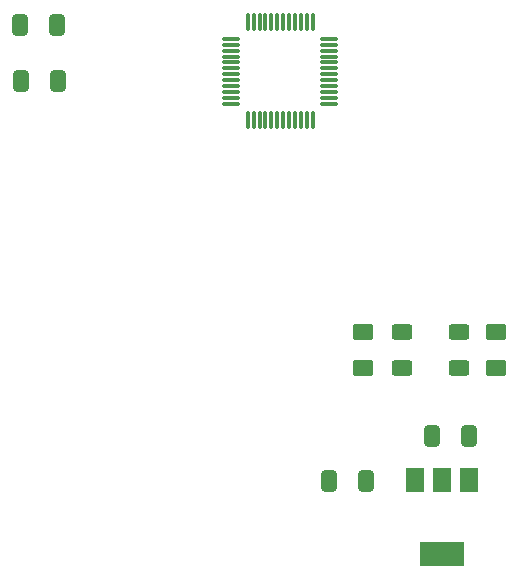
<source format=gbr>
G04 #@! TF.GenerationSoftware,KiCad,Pcbnew,6.0.10-86aedd382b~118~ubuntu22.04.1*
G04 #@! TF.CreationDate,2023-01-17T11:34:58+01:00*
G04 #@! TF.ProjectId,octoserial,6f63746f-7365-4726-9961-6c2e6b696361,rev?*
G04 #@! TF.SameCoordinates,Original*
G04 #@! TF.FileFunction,Paste,Top*
G04 #@! TF.FilePolarity,Positive*
%FSLAX46Y46*%
G04 Gerber Fmt 4.6, Leading zero omitted, Abs format (unit mm)*
G04 Created by KiCad (PCBNEW 6.0.10-86aedd382b~118~ubuntu22.04.1) date 2023-01-17 11:34:58*
%MOMM*%
%LPD*%
G01*
G04 APERTURE LIST*
G04 Aperture macros list*
%AMRoundRect*
0 Rectangle with rounded corners*
0 $1 Rounding radius*
0 $2 $3 $4 $5 $6 $7 $8 $9 X,Y pos of 4 corners*
0 Add a 4 corners polygon primitive as box body*
4,1,4,$2,$3,$4,$5,$6,$7,$8,$9,$2,$3,0*
0 Add four circle primitives for the rounded corners*
1,1,$1+$1,$2,$3*
1,1,$1+$1,$4,$5*
1,1,$1+$1,$6,$7*
1,1,$1+$1,$8,$9*
0 Add four rect primitives between the rounded corners*
20,1,$1+$1,$2,$3,$4,$5,0*
20,1,$1+$1,$4,$5,$6,$7,0*
20,1,$1+$1,$6,$7,$8,$9,0*
20,1,$1+$1,$8,$9,$2,$3,0*%
G04 Aperture macros list end*
%ADD10RoundRect,0.250000X0.412500X0.650000X-0.412500X0.650000X-0.412500X-0.650000X0.412500X-0.650000X0*%
%ADD11RoundRect,0.250000X-0.412500X-0.650000X0.412500X-0.650000X0.412500X0.650000X-0.412500X0.650000X0*%
%ADD12R,1.500000X2.000000*%
%ADD13R,3.800000X2.000000*%
%ADD14RoundRect,0.075000X-0.662500X-0.075000X0.662500X-0.075000X0.662500X0.075000X-0.662500X0.075000X0*%
%ADD15RoundRect,0.075000X-0.075000X-0.662500X0.075000X-0.662500X0.075000X0.662500X-0.075000X0.662500X0*%
%ADD16RoundRect,0.250001X0.624999X-0.462499X0.624999X0.462499X-0.624999X0.462499X-0.624999X-0.462499X0*%
%ADD17RoundRect,0.250000X0.625000X-0.400000X0.625000X0.400000X-0.625000X0.400000X-0.625000X-0.400000X0*%
G04 APERTURE END LIST*
D10*
X74862500Y-109800000D03*
X71737500Y-109800000D03*
D11*
X80437500Y-106000000D03*
X83562500Y-106000000D03*
D12*
X83600000Y-109700000D03*
X81300000Y-109700000D03*
D13*
X81300000Y-116000000D03*
D12*
X79000000Y-109700000D03*
D14*
X63437500Y-72350000D03*
X63437500Y-72850000D03*
X63437500Y-73350000D03*
X63437500Y-73850000D03*
X63437500Y-74350000D03*
X63437500Y-74850000D03*
X63437500Y-75350000D03*
X63437500Y-75850000D03*
X63437500Y-76350000D03*
X63437500Y-76850000D03*
X63437500Y-77350000D03*
X63437500Y-77850000D03*
D15*
X64850000Y-79262500D03*
X65350000Y-79262500D03*
X65850000Y-79262500D03*
X66350000Y-79262500D03*
X66850000Y-79262500D03*
X67350000Y-79262500D03*
X67850000Y-79262500D03*
X68350000Y-79262500D03*
X68850000Y-79262500D03*
X69350000Y-79262500D03*
X69850000Y-79262500D03*
X70350000Y-79262500D03*
D14*
X71762500Y-77850000D03*
X71762500Y-77350000D03*
X71762500Y-76850000D03*
X71762500Y-76350000D03*
X71762500Y-75850000D03*
X71762500Y-75350000D03*
X71762500Y-74850000D03*
X71762500Y-74350000D03*
X71762500Y-73850000D03*
X71762500Y-73350000D03*
X71762500Y-72850000D03*
X71762500Y-72350000D03*
D15*
X70350000Y-70937500D03*
X69850000Y-70937500D03*
X69350000Y-70937500D03*
X68850000Y-70937500D03*
X68350000Y-70937500D03*
X67850000Y-70937500D03*
X67350000Y-70937500D03*
X66850000Y-70937500D03*
X66350000Y-70937500D03*
X65850000Y-70937500D03*
X65350000Y-70937500D03*
X64850000Y-70937500D03*
D10*
X48762500Y-75900000D03*
X45637500Y-75900000D03*
X48712500Y-71150000D03*
X45587500Y-71150000D03*
D16*
X85900000Y-100187500D03*
X85900000Y-97212500D03*
X74600000Y-100187500D03*
X74600000Y-97212500D03*
D17*
X82700000Y-100250000D03*
X82700000Y-97150000D03*
X77900000Y-100237500D03*
X77900000Y-97137500D03*
M02*

</source>
